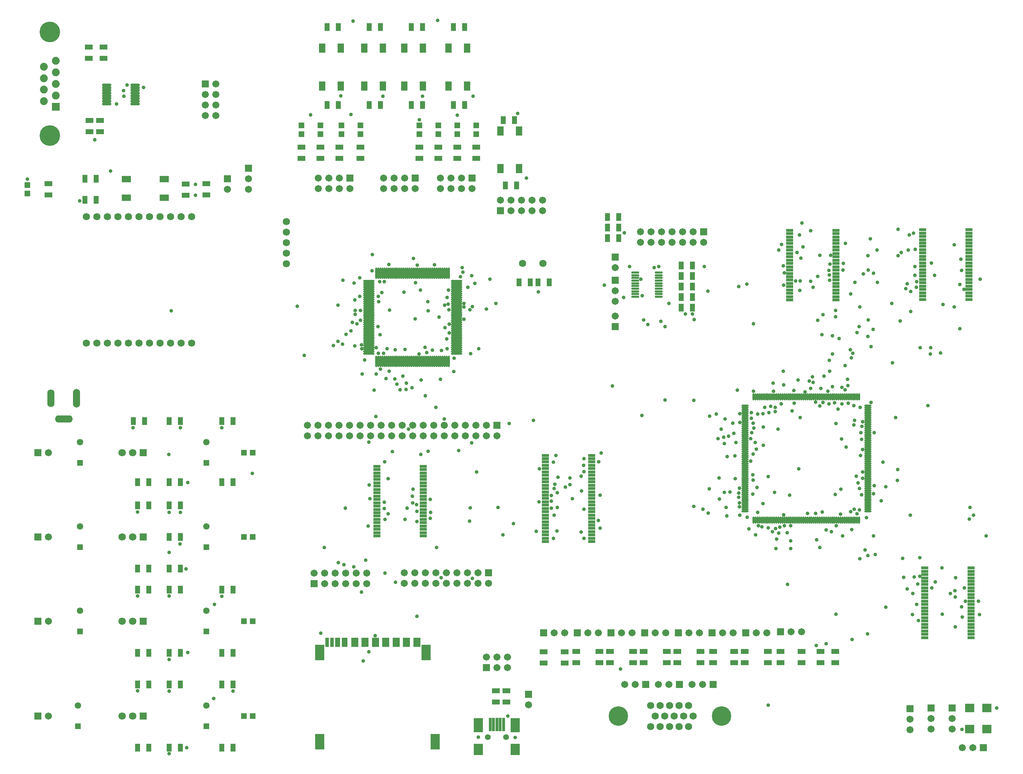
<source format=gts>
%FSLAX44Y44*%
%MOMM*%
G71*
G01*
G75*
G04 Layer_Color=8388736*
%ADD10R,2.0000X1.8000*%
%ADD11R,2.0000X3.5000*%
%ADD12R,1.5000X2.0000*%
%ADD13R,1.2000X2.0000*%
%ADD14R,1.0000X2.0000*%
%ADD15R,0.7000X2.0000*%
%ADD16O,2.1000X0.4500*%
%ADD17R,1.7000X1.1000*%
%ADD18R,2.0000X3.3000*%
%ADD19R,2.0000X2.5000*%
%ADD20R,0.5000X3.1000*%
%ADD21O,0.2500X1.5500*%
%ADD22O,1.5500X0.2500*%
%ADD23O,1.7000X0.3500*%
%ADD24R,1.5500X0.5500*%
%ADD25R,1.2000X1.2000*%
%ADD26R,2.1000X1.4000*%
%ADD27O,2.5400X0.3000*%
%ADD28O,0.3000X2.5400*%
%ADD29R,1.5500X0.4500*%
%ADD30R,1.1000X1.7000*%
%ADD31R,1.4000X2.1000*%
%ADD32R,1.2000X1.2000*%
%ADD33C,0.1500*%
%ADD34C,1.5240*%
%ADD35C,4.5000*%
%ADD36R,1.6000X1.6000*%
%ADD37C,1.6000*%
%ADD38C,1.6900*%
%ADD39R,1.6900X1.6900*%
%ADD40C,4.7600*%
%ADD41O,1.5240X4.3180*%
%ADD42O,4.0640X1.5240*%
%ADD43O,1.5240X4.0640*%
%ADD44C,1.5000*%
%ADD45R,1.5000X1.5000*%
%ADD46R,1.5000X1.5000*%
%ADD47C,1.2000*%
%ADD48R,1.2500X1.2500*%
%ADD49C,1.3500*%
%ADD50C,0.7100*%
%ADD51C,1.0160*%
%ADD52C,0.2540*%
%ADD53C,2.0160*%
%ADD54C,2.2060*%
%ADD55C,4.2160*%
%ADD56C,1.9160*%
%ADD57C,2.0160*%
G04:AMPARAMS|DCode=58|XSize=2.524mm|YSize=2.524mm|CornerRadius=0mm|HoleSize=0mm|Usage=FLASHONLY|Rotation=0.000|XOffset=0mm|YOffset=0mm|HoleType=Round|Shape=Relief|Width=0.254mm|Gap=0.254mm|Entries=4|*
%AMTHD58*
7,0,0,2.5240,2.0160,0.2540,45*
%
%ADD58THD58*%
G04:AMPARAMS|DCode=59|XSize=2.424mm|YSize=2.424mm|CornerRadius=0mm|HoleSize=0mm|Usage=FLASHONLY|Rotation=0.000|XOffset=0mm|YOffset=0mm|HoleType=Round|Shape=Relief|Width=0.254mm|Gap=0.254mm|Entries=4|*
%AMTHD59*
7,0,0,2.4240,1.9160,0.2540,45*
%
%ADD59THD59*%
%ADD60C,2.1060*%
%ADD61C,4.2760*%
%AMTHOVALD62*
21,1,2.7940,2.2860,0,0,270.0*
1,1,2.2860,0.0000,1.3970*
1,1,2.2860,0.0000,-1.3970*
21,0,2.7940,1.7780,0,0,270.0*
1,0,1.7780,0.0000,1.3970*
1,0,1.7780,0.0000,-1.3970*
4,0,4,-0.0898,1.3072,-0.8980,2.1154,-0.7184,2.2950,0.0898,1.4868,-0.0898,1.3072,0.0*
4,0,4,-0.0898,-1.4868,0.7184,-2.2950,0.8980,-2.1154,0.0898,-1.3072,-0.0898,-1.4868,0.0*
4,0,4,-0.0898,1.4868,0.7184,2.2950,0.8980,2.1154,0.0898,1.3072,-0.0898,1.4868,0.0*
4,0,4,-0.0898,-1.3072,-0.8980,-2.1154,-0.7184,-2.2950,0.0898,-1.4868,-0.0898,-1.3072,0.0*
%
%ADD62THOVALD62*%

%ADD63O,4.3180X1.7780*%
%ADD64O,1.7780X4.3180*%
%ADD65C,1.9160*%
G04:AMPARAMS|DCode=66|XSize=2.424mm|YSize=2.424mm|CornerRadius=0mm|HoleSize=0mm|Usage=FLASHONLY|Rotation=0.000|XOffset=0mm|YOffset=0mm|HoleType=Round|Shape=Relief|Width=0.254mm|Gap=0.254mm|Entries=4|*
%AMTHD66*
7,0,0,2.4240,1.9160,0.2540,45*
%
%ADD66THD66*%
%ADD67C,1.7660*%
%ADD68C,1.8160*%
G04:AMPARAMS|DCode=69|XSize=2.274mm|YSize=2.274mm|CornerRadius=0mm|HoleSize=0mm|Usage=FLASHONLY|Rotation=0.000|XOffset=0mm|YOffset=0mm|HoleType=Round|Shape=Relief|Width=0.254mm|Gap=0.254mm|Entries=4|*
%AMTHD69*
7,0,0,2.2740,1.7660,0.2540,45*
%
%ADD69THD69*%
G04:AMPARAMS|DCode=70|XSize=1.824mm|YSize=1.824mm|CornerRadius=0mm|HoleSize=0mm|Usage=FLASHONLY|Rotation=0.000|XOffset=0mm|YOffset=0mm|HoleType=Round|Shape=Relief|Width=0.254mm|Gap=0.254mm|Entries=4|*
%AMTHD70*
7,0,0,1.8240,1.3160,0.2540,45*
%
%ADD70THD70*%
%ADD71C,1.3160*%
G04:AMPARAMS|DCode=72|XSize=2.524mm|YSize=2.524mm|CornerRadius=0mm|HoleSize=0mm|Usage=FLASHONLY|Rotation=0.000|XOffset=0mm|YOffset=0mm|HoleType=Round|Shape=Relief|Width=0.254mm|Gap=0.254mm|Entries=4|*
%AMTHD72*
7,0,0,2.5240,2.0160,0.2540,45*
%
%ADD72THD72*%
G04:AMPARAMS|DCode=73|XSize=2.614mm|YSize=2.614mm|CornerRadius=0mm|HoleSize=0mm|Usage=FLASHONLY|Rotation=0.000|XOffset=0mm|YOffset=0mm|HoleType=Round|Shape=Relief|Width=0.254mm|Gap=0.254mm|Entries=4|*
%AMTHD73*
7,0,0,2.6140,2.1060,0.2540,45*
%
%ADD73THD73*%
G04:AMPARAMS|DCode=74|XSize=4.784mm|YSize=4.784mm|CornerRadius=0mm|HoleSize=0mm|Usage=FLASHONLY|Rotation=0.000|XOffset=0mm|YOffset=0mm|HoleType=Round|Shape=Relief|Width=0.254mm|Gap=0.254mm|Entries=4|*
%AMTHD74*
7,0,0,4.7840,4.2760,0.2540,45*
%
%ADD74THD74*%
%ADD75O,1.7780X4.5720*%
%AMTHOVALD76*
21,1,2.5400,2.2860,0,0,180.0*
1,1,2.2860,1.2700,0.0000*
1,1,2.2860,-1.2700,0.0000*
21,0,2.5400,1.7780,0,0,180.0*
1,0,1.7780,1.2700,0.0000*
1,0,1.7780,-1.2700,0.0000*
4,0,4,1.1802,0.0898,1.9884,0.8980,2.1680,0.7184,1.3598,-0.0898,1.1802,0.0898,0.0*
4,0,4,-1.3598,0.0898,-2.1680,-0.7184,-1.9884,-0.8980,-1.1802,-0.0898,-1.3598,0.0898,0.0*
4,0,4,1.3598,0.0898,2.1680,-0.7184,1.9884,-0.8980,1.1802,-0.0898,1.3598,0.0898,0.0*
4,0,4,-1.1802,0.0898,-1.9884,0.8980,-2.1680,0.7184,-1.3598,-0.0898,-1.1802,0.0898,0.0*
%
%ADD76THOVALD76*%

%AMTHOVALD77*
21,1,2.5400,2.2860,0,0,90.0*
1,1,2.2860,0.0000,-1.2700*
1,1,2.2860,0.0000,1.2700*
21,0,2.5400,1.7780,0,0,90.0*
1,0,1.7780,0.0000,-1.2700*
1,0,1.7780,0.0000,1.2700*
4,0,4,0.0898,-1.1802,0.8980,-1.9884,0.7184,-2.1680,-0.0898,-1.3598,0.0898,-1.1802,0.0*
4,0,4,0.0898,1.3598,-0.7184,2.1680,-0.8980,1.9884,-0.0898,1.1802,0.0898,1.3598,0.0*
4,0,4,0.0898,-1.3598,-0.7184,-2.1680,-0.8980,-1.9884,-0.0898,-1.1802,0.0898,-1.3598,0.0*
4,0,4,0.0898,1.1802,0.8980,1.9884,0.7184,2.1680,-0.0898,1.3598,0.0898,1.1802,0.0*
%
%ADD77THOVALD77*%

G04:AMPARAMS|DCode=78|XSize=2.324mm|YSize=2.324mm|CornerRadius=0mm|HoleSize=0mm|Usage=FLASHONLY|Rotation=0.000|XOffset=0mm|YOffset=0mm|HoleType=Round|Shape=Relief|Width=0.254mm|Gap=0.254mm|Entries=4|*
%AMTHD78*
7,0,0,2.3240,1.8160,0.2540,45*
%
%ADD78THD78*%
%ADD79C,0.2500*%
%ADD80C,0.2000*%
%ADD81C,0.6000*%
%ADD82C,0.1016*%
%ADD83C,0.1778*%
%ADD84C,0.2032*%
%ADD85C,0.2794*%
%ADD86C,0.5080*%
%ADD87R,2.2032X2.0032*%
%ADD88R,2.2032X3.7032*%
%ADD89R,1.7032X2.2032*%
%ADD90R,1.4032X2.2032*%
%ADD91R,1.2032X2.2032*%
%ADD92R,0.9032X2.2032*%
%ADD93O,2.3032X0.6532*%
%ADD94R,1.9032X1.3032*%
%ADD95R,2.2032X3.5032*%
%ADD96R,2.2032X2.7032*%
%ADD97R,0.7032X3.3032*%
%ADD98O,0.4532X1.7532*%
%ADD99O,1.7532X0.4532*%
%ADD100O,1.9032X0.5532*%
%ADD101R,1.7532X0.7532*%
%ADD102R,1.4032X1.4032*%
%ADD103R,2.3032X1.6032*%
%ADD104O,2.7432X0.5032*%
%ADD105O,0.5032X2.7432*%
%ADD106R,1.7532X0.6532*%
%ADD107R,1.3032X1.9032*%
%ADD108R,1.6032X2.3032*%
%ADD109R,1.4032X1.4032*%
%ADD110C,1.7272*%
%ADD111C,4.7032*%
%ADD112R,1.8032X1.8032*%
%ADD113C,1.8032*%
%ADD114C,1.8932*%
%ADD115R,1.8932X1.8932*%
%ADD116C,4.9632*%
%ADD117O,1.7272X4.5212*%
%ADD118O,4.2672X1.7272*%
%ADD119O,1.7272X4.2672*%
%ADD120C,1.7032*%
%ADD121R,1.7032X1.7032*%
%ADD122R,1.7032X1.7032*%
%ADD123C,1.4032*%
%ADD124R,1.4532X1.4532*%
%ADD125C,1.5532*%
%ADD126C,0.9132*%
D87*
X2877820Y858520D02*
D03*
X2835820D02*
D03*
Y909320D02*
D03*
X2877820D02*
D03*
D88*
X1268160Y828070D02*
D03*
Y1043070D02*
D03*
X1546660Y828070D02*
D03*
X1524660Y1043070D02*
D03*
D89*
X1502410Y1068070D02*
D03*
X1477410D02*
D03*
X1452410D02*
D03*
X1427410D02*
D03*
X1402410D02*
D03*
X1377410D02*
D03*
X1352410D02*
D03*
D90*
X1328160D02*
D03*
D91*
X1311160D02*
D03*
D92*
X1298160D02*
D03*
X1286160D02*
D03*
D93*
X823170Y2366120D02*
D03*
Y2372620D02*
D03*
Y2379120D02*
D03*
Y2385620D02*
D03*
Y2392120D02*
D03*
Y2398620D02*
D03*
Y2405120D02*
D03*
Y2411620D02*
D03*
X754170Y2366120D02*
D03*
Y2372620D02*
D03*
Y2379120D02*
D03*
Y2385620D02*
D03*
Y2392120D02*
D03*
Y2398620D02*
D03*
Y2405120D02*
D03*
Y2411620D02*
D03*
D94*
X613410Y2173770D02*
D03*
Y2146770D02*
D03*
X746760Y2475700D02*
D03*
Y2502700D02*
D03*
X711200Y2475700D02*
D03*
Y2502700D02*
D03*
X944880Y2172500D02*
D03*
Y2145500D02*
D03*
X994410Y2173770D02*
D03*
Y2146770D02*
D03*
X1692910Y950760D02*
D03*
Y923760D02*
D03*
X1718310Y950760D02*
D03*
Y923760D02*
D03*
X1645920Y2261400D02*
D03*
Y2234400D02*
D03*
X1554480Y2261400D02*
D03*
Y2234400D02*
D03*
X1508760Y2261400D02*
D03*
Y2234400D02*
D03*
X1600200Y2261400D02*
D03*
Y2234400D02*
D03*
X1270000Y2261400D02*
D03*
Y2234400D02*
D03*
X1224280Y2261400D02*
D03*
Y2234400D02*
D03*
X1315720Y2261400D02*
D03*
Y2234400D02*
D03*
X1366520Y2261400D02*
D03*
Y2234400D02*
D03*
X2024380Y1019010D02*
D03*
Y1046010D02*
D03*
X2105660Y1019010D02*
D03*
Y1046010D02*
D03*
X2131060Y1019010D02*
D03*
Y1046010D02*
D03*
X2186940Y1019010D02*
D03*
Y1046010D02*
D03*
X2217420Y1019010D02*
D03*
Y1046010D02*
D03*
X2512060Y1019010D02*
D03*
Y1046010D02*
D03*
X2379980Y1019010D02*
D03*
Y1046010D02*
D03*
X2049780Y1019010D02*
D03*
Y1046010D02*
D03*
X2430780Y1019010D02*
D03*
Y1046010D02*
D03*
X2476500Y1019010D02*
D03*
Y1046010D02*
D03*
X2293620Y1019010D02*
D03*
Y1046010D02*
D03*
X1859280Y1017740D02*
D03*
Y1044740D02*
D03*
X1887220Y1019010D02*
D03*
Y1046010D02*
D03*
X2349500Y1019010D02*
D03*
Y1046010D02*
D03*
X2268220Y1019010D02*
D03*
Y1046010D02*
D03*
X1943100Y1019010D02*
D03*
Y1046010D02*
D03*
X1808480Y1017740D02*
D03*
Y1044740D02*
D03*
X1968500Y1046010D02*
D03*
Y1019010D02*
D03*
X737870Y2326170D02*
D03*
Y2299170D02*
D03*
X712470Y2326170D02*
D03*
Y2299170D02*
D03*
D95*
X1739948Y868469D02*
D03*
X1650949D02*
D03*
D96*
Y809470D02*
D03*
X1739948D02*
D03*
D97*
X1711449Y869470D02*
D03*
X1703448D02*
D03*
X1695450D02*
D03*
X1687449D02*
D03*
X1679448D02*
D03*
D98*
X2314710Y1659550D02*
D03*
X2319710D02*
D03*
X2324710D02*
D03*
X2329710D02*
D03*
X2334710D02*
D03*
X2339710D02*
D03*
X2344710D02*
D03*
X2349710D02*
D03*
X2354710D02*
D03*
X2359710D02*
D03*
X2364710D02*
D03*
X2369710D02*
D03*
X2374710D02*
D03*
X2379710D02*
D03*
X2384710D02*
D03*
X2389710D02*
D03*
X2394710D02*
D03*
X2399710D02*
D03*
X2404710D02*
D03*
X2409710D02*
D03*
X2414710D02*
D03*
X2419710D02*
D03*
X2424710D02*
D03*
X2429710D02*
D03*
X2434710D02*
D03*
X2439710D02*
D03*
X2444710D02*
D03*
X2449710D02*
D03*
X2454710D02*
D03*
X2459710D02*
D03*
X2464710D02*
D03*
X2469710D02*
D03*
X2474710D02*
D03*
X2479710D02*
D03*
X2484710D02*
D03*
X2489710D02*
D03*
X2494710D02*
D03*
X2499710D02*
D03*
X2504710D02*
D03*
X2509710D02*
D03*
X2514710D02*
D03*
X2519710D02*
D03*
X2524710D02*
D03*
X2529710D02*
D03*
X2534710D02*
D03*
X2539710D02*
D03*
X2544710D02*
D03*
X2549710D02*
D03*
X2554710D02*
D03*
X2559710D02*
D03*
X2564710D02*
D03*
X2569710D02*
D03*
Y1363050D02*
D03*
X2564710D02*
D03*
X2559710D02*
D03*
X2554710D02*
D03*
X2549710D02*
D03*
X2544710D02*
D03*
X2539710D02*
D03*
X2534710D02*
D03*
X2529710D02*
D03*
X2524710D02*
D03*
X2519710D02*
D03*
X2514710D02*
D03*
X2509710D02*
D03*
X2504710D02*
D03*
X2499710D02*
D03*
X2494710D02*
D03*
X2489710D02*
D03*
X2484710D02*
D03*
X2479710D02*
D03*
X2474710D02*
D03*
X2469710D02*
D03*
X2464710D02*
D03*
X2459710D02*
D03*
X2454710D02*
D03*
X2449710D02*
D03*
X2444710D02*
D03*
X2439710D02*
D03*
X2434710D02*
D03*
X2429710D02*
D03*
X2424710D02*
D03*
X2419710D02*
D03*
X2414710D02*
D03*
X2409710D02*
D03*
X2404710D02*
D03*
X2399710D02*
D03*
X2394710D02*
D03*
X2389710D02*
D03*
X2384710D02*
D03*
X2379710D02*
D03*
X2374710D02*
D03*
X2369710D02*
D03*
X2364710D02*
D03*
X2359710D02*
D03*
X2354710D02*
D03*
X2349710D02*
D03*
X2344710D02*
D03*
X2339710D02*
D03*
X2334710D02*
D03*
X2329710D02*
D03*
X2324710D02*
D03*
X2319710D02*
D03*
X2314710D02*
D03*
D99*
X2590460Y1638800D02*
D03*
Y1633800D02*
D03*
Y1628800D02*
D03*
Y1623800D02*
D03*
Y1618800D02*
D03*
Y1613800D02*
D03*
Y1608800D02*
D03*
Y1603800D02*
D03*
Y1598800D02*
D03*
Y1593800D02*
D03*
Y1588800D02*
D03*
Y1583800D02*
D03*
Y1578800D02*
D03*
Y1573800D02*
D03*
Y1568800D02*
D03*
Y1563800D02*
D03*
Y1558800D02*
D03*
Y1553800D02*
D03*
Y1548800D02*
D03*
Y1543800D02*
D03*
Y1538800D02*
D03*
Y1533800D02*
D03*
Y1528800D02*
D03*
Y1523800D02*
D03*
Y1518800D02*
D03*
Y1513800D02*
D03*
Y1508800D02*
D03*
Y1503800D02*
D03*
Y1498800D02*
D03*
Y1493800D02*
D03*
Y1488800D02*
D03*
Y1483800D02*
D03*
Y1478800D02*
D03*
Y1473800D02*
D03*
Y1468800D02*
D03*
Y1463800D02*
D03*
Y1458800D02*
D03*
Y1453800D02*
D03*
Y1448800D02*
D03*
Y1443800D02*
D03*
Y1438800D02*
D03*
Y1433800D02*
D03*
Y1428800D02*
D03*
Y1423800D02*
D03*
Y1418800D02*
D03*
Y1413800D02*
D03*
Y1408800D02*
D03*
Y1403800D02*
D03*
Y1398800D02*
D03*
Y1393800D02*
D03*
Y1388800D02*
D03*
Y1383800D02*
D03*
X2293960D02*
D03*
Y1388800D02*
D03*
Y1393800D02*
D03*
Y1398800D02*
D03*
Y1403800D02*
D03*
Y1408800D02*
D03*
Y1413800D02*
D03*
Y1418800D02*
D03*
Y1423800D02*
D03*
Y1428800D02*
D03*
Y1433800D02*
D03*
Y1438800D02*
D03*
Y1443800D02*
D03*
Y1448800D02*
D03*
Y1453800D02*
D03*
Y1458800D02*
D03*
Y1463800D02*
D03*
Y1468800D02*
D03*
Y1473800D02*
D03*
Y1478800D02*
D03*
Y1483800D02*
D03*
Y1488800D02*
D03*
Y1493800D02*
D03*
Y1498800D02*
D03*
Y1503800D02*
D03*
Y1508800D02*
D03*
Y1513800D02*
D03*
Y1518800D02*
D03*
Y1523800D02*
D03*
Y1528800D02*
D03*
Y1533800D02*
D03*
Y1538800D02*
D03*
Y1543800D02*
D03*
Y1548800D02*
D03*
Y1553800D02*
D03*
Y1558800D02*
D03*
Y1563800D02*
D03*
Y1568800D02*
D03*
Y1573800D02*
D03*
Y1578800D02*
D03*
Y1583800D02*
D03*
Y1588800D02*
D03*
Y1593800D02*
D03*
Y1598800D02*
D03*
Y1603800D02*
D03*
Y1608800D02*
D03*
Y1613800D02*
D03*
Y1618800D02*
D03*
Y1623800D02*
D03*
Y1628800D02*
D03*
Y1633800D02*
D03*
Y1638800D02*
D03*
D100*
X2028900Y1959650D02*
D03*
Y1953150D02*
D03*
Y1946650D02*
D03*
Y1940150D02*
D03*
Y1933650D02*
D03*
Y1927150D02*
D03*
Y1920650D02*
D03*
Y1914150D02*
D03*
Y1907650D02*
D03*
Y1901150D02*
D03*
X2085900Y1959650D02*
D03*
Y1953150D02*
D03*
Y1946650D02*
D03*
Y1940150D02*
D03*
Y1933650D02*
D03*
Y1927150D02*
D03*
Y1920650D02*
D03*
Y1914150D02*
D03*
Y1907650D02*
D03*
Y1901150D02*
D03*
D101*
X1924170Y1310780D02*
D03*
Y1318780D02*
D03*
Y1326780D02*
D03*
Y1334780D02*
D03*
Y1342780D02*
D03*
Y1350780D02*
D03*
Y1358780D02*
D03*
Y1366780D02*
D03*
Y1374780D02*
D03*
Y1382780D02*
D03*
Y1390780D02*
D03*
Y1398780D02*
D03*
Y1406780D02*
D03*
Y1414780D02*
D03*
Y1422780D02*
D03*
Y1430780D02*
D03*
Y1438780D02*
D03*
Y1446780D02*
D03*
Y1454780D02*
D03*
Y1462780D02*
D03*
Y1470780D02*
D03*
Y1478780D02*
D03*
Y1486780D02*
D03*
Y1494780D02*
D03*
Y1502780D02*
D03*
Y1510780D02*
D03*
Y1518780D02*
D03*
X1812170Y1310780D02*
D03*
Y1318780D02*
D03*
Y1326780D02*
D03*
Y1334780D02*
D03*
Y1342780D02*
D03*
Y1350780D02*
D03*
Y1358780D02*
D03*
Y1366780D02*
D03*
Y1374780D02*
D03*
Y1382780D02*
D03*
Y1390780D02*
D03*
Y1398780D02*
D03*
Y1406780D02*
D03*
Y1414780D02*
D03*
Y1422780D02*
D03*
Y1430780D02*
D03*
Y1438780D02*
D03*
Y1446780D02*
D03*
Y1454780D02*
D03*
Y1462780D02*
D03*
Y1470780D02*
D03*
Y1478780D02*
D03*
Y1486780D02*
D03*
Y1494780D02*
D03*
Y1502780D02*
D03*
Y1510780D02*
D03*
Y1518780D02*
D03*
D102*
X1085510Y1525270D02*
D03*
X1106510D02*
D03*
X1085510Y890270D02*
D03*
X1106510D02*
D03*
X1085510Y1118870D02*
D03*
X1106510D02*
D03*
X1085510Y1322070D02*
D03*
X1106510D02*
D03*
D103*
X801810Y2184950D02*
D03*
X892810D02*
D03*
Y2139950D02*
D03*
X801810D02*
D03*
D104*
X1598250Y1939160D02*
D03*
Y1934160D02*
D03*
Y1929160D02*
D03*
Y1924160D02*
D03*
Y1919160D02*
D03*
Y1914160D02*
D03*
Y1909160D02*
D03*
Y1904160D02*
D03*
Y1899160D02*
D03*
Y1894160D02*
D03*
Y1889160D02*
D03*
Y1884160D02*
D03*
Y1879160D02*
D03*
Y1874160D02*
D03*
Y1869160D02*
D03*
Y1864160D02*
D03*
Y1859160D02*
D03*
Y1854160D02*
D03*
Y1849160D02*
D03*
Y1844160D02*
D03*
Y1839160D02*
D03*
Y1834160D02*
D03*
Y1829160D02*
D03*
Y1824160D02*
D03*
Y1819160D02*
D03*
Y1814160D02*
D03*
Y1809160D02*
D03*
Y1804160D02*
D03*
Y1799160D02*
D03*
Y1794160D02*
D03*
Y1789160D02*
D03*
Y1784160D02*
D03*
Y1779160D02*
D03*
Y1774160D02*
D03*
Y1769160D02*
D03*
Y1764160D02*
D03*
X1386250D02*
D03*
Y1769160D02*
D03*
Y1774160D02*
D03*
Y1779160D02*
D03*
Y1784160D02*
D03*
Y1789160D02*
D03*
Y1794160D02*
D03*
Y1799160D02*
D03*
Y1804160D02*
D03*
Y1809160D02*
D03*
Y1814160D02*
D03*
Y1819160D02*
D03*
Y1824160D02*
D03*
Y1829160D02*
D03*
Y1834160D02*
D03*
Y1839160D02*
D03*
Y1844160D02*
D03*
Y1849160D02*
D03*
Y1854160D02*
D03*
Y1859160D02*
D03*
Y1864160D02*
D03*
Y1869160D02*
D03*
Y1874160D02*
D03*
Y1879160D02*
D03*
Y1884160D02*
D03*
Y1889160D02*
D03*
Y1894160D02*
D03*
Y1899160D02*
D03*
Y1904160D02*
D03*
Y1909160D02*
D03*
Y1914160D02*
D03*
Y1919160D02*
D03*
Y1924160D02*
D03*
Y1929160D02*
D03*
Y1934160D02*
D03*
Y1939160D02*
D03*
D105*
X1579750Y1745660D02*
D03*
X1574750D02*
D03*
X1569750D02*
D03*
X1564750D02*
D03*
X1559750D02*
D03*
X1554750D02*
D03*
X1549750D02*
D03*
X1544750D02*
D03*
X1539750D02*
D03*
X1534750D02*
D03*
X1529750D02*
D03*
X1524750D02*
D03*
X1519750D02*
D03*
X1514750D02*
D03*
X1509750D02*
D03*
X1504750D02*
D03*
X1499750D02*
D03*
X1494750D02*
D03*
X1489750D02*
D03*
X1484750D02*
D03*
X1479750D02*
D03*
X1474750D02*
D03*
X1469750D02*
D03*
X1464750D02*
D03*
X1459750D02*
D03*
X1454750D02*
D03*
X1449750D02*
D03*
X1444750D02*
D03*
X1439750D02*
D03*
X1434750D02*
D03*
X1429750D02*
D03*
X1424750D02*
D03*
X1419750D02*
D03*
X1414750D02*
D03*
X1409750D02*
D03*
X1404750D02*
D03*
Y1957660D02*
D03*
X1409750D02*
D03*
X1414750D02*
D03*
X1419750D02*
D03*
X1424750D02*
D03*
X1429750D02*
D03*
X1434750D02*
D03*
X1439750D02*
D03*
X1444750D02*
D03*
X1449750D02*
D03*
X1454750D02*
D03*
X1459750D02*
D03*
X1464750D02*
D03*
X1469750D02*
D03*
X1474750D02*
D03*
X1479750D02*
D03*
X1484750D02*
D03*
X1489750D02*
D03*
X1494750D02*
D03*
X1499750D02*
D03*
X1504750D02*
D03*
X1509750D02*
D03*
X1514750D02*
D03*
X1519750D02*
D03*
X1524750D02*
D03*
X1529750D02*
D03*
X1534750D02*
D03*
X1539750D02*
D03*
X1544750D02*
D03*
X1549750D02*
D03*
X1554750D02*
D03*
X1559750D02*
D03*
X1564750D02*
D03*
X1569750D02*
D03*
X1574750D02*
D03*
X1579750D02*
D03*
D106*
X1517770Y1324430D02*
D03*
Y1332430D02*
D03*
Y1340430D02*
D03*
Y1348430D02*
D03*
Y1356430D02*
D03*
Y1364430D02*
D03*
Y1372430D02*
D03*
Y1380430D02*
D03*
Y1388430D02*
D03*
Y1396430D02*
D03*
Y1404430D02*
D03*
Y1412430D02*
D03*
Y1420430D02*
D03*
Y1428430D02*
D03*
Y1436430D02*
D03*
Y1444430D02*
D03*
Y1452430D02*
D03*
Y1460430D02*
D03*
Y1468430D02*
D03*
Y1476430D02*
D03*
Y1484430D02*
D03*
Y1492430D02*
D03*
X1405770Y1324430D02*
D03*
Y1332430D02*
D03*
Y1340430D02*
D03*
Y1348430D02*
D03*
Y1356430D02*
D03*
Y1364430D02*
D03*
Y1372430D02*
D03*
Y1380430D02*
D03*
Y1388430D02*
D03*
Y1396430D02*
D03*
Y1404430D02*
D03*
Y1412430D02*
D03*
Y1420430D02*
D03*
Y1428430D02*
D03*
Y1436430D02*
D03*
Y1444430D02*
D03*
Y1452430D02*
D03*
Y1460430D02*
D03*
Y1468430D02*
D03*
Y1476430D02*
D03*
Y1484430D02*
D03*
Y1492430D02*
D03*
X2839840Y1079320D02*
D03*
Y1087320D02*
D03*
Y1095320D02*
D03*
Y1103320D02*
D03*
Y1111320D02*
D03*
Y1119320D02*
D03*
Y1127320D02*
D03*
Y1135320D02*
D03*
Y1143320D02*
D03*
Y1151320D02*
D03*
Y1159320D02*
D03*
Y1167320D02*
D03*
Y1175320D02*
D03*
Y1183320D02*
D03*
Y1191320D02*
D03*
Y1199320D02*
D03*
Y1207320D02*
D03*
Y1215320D02*
D03*
Y1223320D02*
D03*
Y1231320D02*
D03*
Y1239320D02*
D03*
Y1247320D02*
D03*
X2727840Y1079320D02*
D03*
Y1087320D02*
D03*
Y1095320D02*
D03*
Y1103320D02*
D03*
Y1111320D02*
D03*
Y1119320D02*
D03*
Y1127320D02*
D03*
Y1135320D02*
D03*
Y1143320D02*
D03*
Y1151320D02*
D03*
Y1159320D02*
D03*
Y1167320D02*
D03*
Y1175320D02*
D03*
Y1183320D02*
D03*
Y1191320D02*
D03*
Y1199320D02*
D03*
Y1207320D02*
D03*
Y1215320D02*
D03*
Y1223320D02*
D03*
Y1231320D02*
D03*
Y1239320D02*
D03*
Y1247320D02*
D03*
X2401450Y2061390D02*
D03*
Y2053390D02*
D03*
Y2045390D02*
D03*
Y2037390D02*
D03*
Y2029390D02*
D03*
Y2021390D02*
D03*
Y2013390D02*
D03*
Y2005390D02*
D03*
Y1997390D02*
D03*
Y1989390D02*
D03*
Y1981390D02*
D03*
Y1973390D02*
D03*
Y1965390D02*
D03*
Y1957390D02*
D03*
Y1949390D02*
D03*
Y1941390D02*
D03*
Y1933390D02*
D03*
Y1925390D02*
D03*
Y1917390D02*
D03*
Y1909390D02*
D03*
Y1901390D02*
D03*
Y1893390D02*
D03*
X2513450Y2061390D02*
D03*
Y2053390D02*
D03*
Y2045390D02*
D03*
Y2037390D02*
D03*
Y2029390D02*
D03*
Y2021390D02*
D03*
Y2013390D02*
D03*
Y2005390D02*
D03*
Y1997390D02*
D03*
Y1989390D02*
D03*
Y1981390D02*
D03*
Y1973390D02*
D03*
Y1965390D02*
D03*
Y1957390D02*
D03*
Y1949390D02*
D03*
Y1941390D02*
D03*
Y1933390D02*
D03*
Y1925390D02*
D03*
Y1917390D02*
D03*
Y1909390D02*
D03*
Y1901390D02*
D03*
Y1893390D02*
D03*
X2722760Y2062660D02*
D03*
Y2054660D02*
D03*
Y2046660D02*
D03*
Y2038660D02*
D03*
Y2030660D02*
D03*
Y2022660D02*
D03*
Y2014660D02*
D03*
Y2006660D02*
D03*
Y1998660D02*
D03*
Y1990660D02*
D03*
Y1982660D02*
D03*
Y1974660D02*
D03*
Y1966660D02*
D03*
Y1958660D02*
D03*
Y1950660D02*
D03*
Y1942660D02*
D03*
Y1934660D02*
D03*
Y1926660D02*
D03*
Y1918660D02*
D03*
Y1910660D02*
D03*
Y1902660D02*
D03*
Y1894660D02*
D03*
X2834760Y2062660D02*
D03*
Y2054660D02*
D03*
Y2046660D02*
D03*
Y2038660D02*
D03*
Y2030660D02*
D03*
Y2022660D02*
D03*
Y2014660D02*
D03*
Y2006660D02*
D03*
Y1998660D02*
D03*
Y1990660D02*
D03*
Y1982660D02*
D03*
Y1974660D02*
D03*
Y1966660D02*
D03*
Y1958660D02*
D03*
Y1950660D02*
D03*
Y1942660D02*
D03*
Y1934660D02*
D03*
Y1926660D02*
D03*
Y1918660D02*
D03*
Y1910660D02*
D03*
Y1902660D02*
D03*
Y1894660D02*
D03*
D107*
X1031710Y814070D02*
D03*
X1058710D02*
D03*
X828510D02*
D03*
X855510D02*
D03*
X931710Y966470D02*
D03*
X904710D02*
D03*
Y814070D02*
D03*
X931710D02*
D03*
X855510Y966470D02*
D03*
X828510D02*
D03*
X1031710D02*
D03*
X1058710D02*
D03*
Y1042670D02*
D03*
X1031710D02*
D03*
X828510D02*
D03*
X855510D02*
D03*
X931710Y1195070D02*
D03*
X904710D02*
D03*
Y1042670D02*
D03*
X931710D02*
D03*
X855510Y1195070D02*
D03*
X828510D02*
D03*
X1058710D02*
D03*
X1031710D02*
D03*
X855510Y1245870D02*
D03*
X828510D02*
D03*
X904710Y1322070D02*
D03*
X931710D02*
D03*
X904710Y1245870D02*
D03*
X931710D02*
D03*
X1031710Y1454150D02*
D03*
X1058710D02*
D03*
X855510D02*
D03*
X828510D02*
D03*
X904710Y1601470D02*
D03*
X931710D02*
D03*
X904710Y1454150D02*
D03*
X931710D02*
D03*
X845350Y1601470D02*
D03*
X818350D02*
D03*
X1058710D02*
D03*
X1031710D02*
D03*
X701510Y2185670D02*
D03*
X728510D02*
D03*
Y2134870D02*
D03*
X701510D02*
D03*
X1962620Y2092960D02*
D03*
X1989620D02*
D03*
X1962620Y2067560D02*
D03*
X1989620D02*
D03*
X1962620Y2042160D02*
D03*
X1989620D02*
D03*
X2167420Y1950720D02*
D03*
X2140420D02*
D03*
X2167420Y1976120D02*
D03*
X2140420D02*
D03*
Y1899920D02*
D03*
X2167420D02*
D03*
Y1874520D02*
D03*
X2140420D02*
D03*
X2167420Y1925320D02*
D03*
X2140420D02*
D03*
X1711160Y2326640D02*
D03*
X1738160D02*
D03*
X1590510Y2551430D02*
D03*
X1617510D02*
D03*
X1488910D02*
D03*
X1515910D02*
D03*
X1387310D02*
D03*
X1414310D02*
D03*
X1285710D02*
D03*
X1312710D02*
D03*
X1749260Y1935480D02*
D03*
X1776260D02*
D03*
X1794980D02*
D03*
X1821980D02*
D03*
X1743240Y2169160D02*
D03*
X1716240D02*
D03*
X1617510Y2363470D02*
D03*
X1590510D02*
D03*
X1515910D02*
D03*
X1488910D02*
D03*
X1414310D02*
D03*
X1387310D02*
D03*
X1312710D02*
D03*
X1285710D02*
D03*
X855510Y1398270D02*
D03*
X828510D02*
D03*
X904710D02*
D03*
X931710D02*
D03*
D108*
X1623610Y2500190D02*
D03*
Y2409190D02*
D03*
X1578610D02*
D03*
Y2500190D02*
D03*
X1516930D02*
D03*
Y2409190D02*
D03*
X1471930D02*
D03*
Y2500190D02*
D03*
X1420410D02*
D03*
Y2409190D02*
D03*
X1375410D02*
D03*
Y2500190D02*
D03*
X1318810D02*
D03*
Y2409190D02*
D03*
X1273810D02*
D03*
Y2500190D02*
D03*
X1749340Y2300800D02*
D03*
Y2209800D02*
D03*
X1704340D02*
D03*
Y2300800D02*
D03*
D109*
X562610Y2149770D02*
D03*
Y2170770D02*
D03*
X1224280Y2293280D02*
D03*
Y2314280D02*
D03*
X1270000Y2293280D02*
D03*
Y2314280D02*
D03*
X1366520Y2293280D02*
D03*
Y2314280D02*
D03*
X1645920Y2293280D02*
D03*
Y2314280D02*
D03*
X1554480Y2293280D02*
D03*
Y2314280D02*
D03*
X1600200Y2293280D02*
D03*
Y2314280D02*
D03*
X1320800Y2293280D02*
D03*
Y2314280D02*
D03*
X1508760Y2293280D02*
D03*
Y2314280D02*
D03*
D110*
X2157730Y915670D02*
D03*
X2134830D02*
D03*
X2111930D02*
D03*
X2089030D02*
D03*
X2066130D02*
D03*
X2169130Y890270D02*
D03*
X2146230D02*
D03*
X2123330D02*
D03*
X2100430D02*
D03*
X2077530D02*
D03*
X2157730Y864870D02*
D03*
X2134830D02*
D03*
X2111930D02*
D03*
X2089030D02*
D03*
X2066130D02*
D03*
X1806480Y1981200D02*
D03*
X1757680D02*
D03*
X704850Y2094230D02*
D03*
X730250D02*
D03*
X958850D02*
D03*
X755650D02*
D03*
X806450D02*
D03*
X781050D02*
D03*
X857250D02*
D03*
X831850D02*
D03*
X908050D02*
D03*
X882650D02*
D03*
X933450D02*
D03*
Y1789230D02*
D03*
X882650D02*
D03*
X908050D02*
D03*
X831850D02*
D03*
X857250D02*
D03*
X781050D02*
D03*
X806450D02*
D03*
X755650D02*
D03*
X958850D02*
D03*
X730250D02*
D03*
X704850D02*
D03*
X1187450Y2056830D02*
D03*
Y2031430D02*
D03*
Y2006030D02*
D03*
Y1980630D02*
D03*
Y2082230D02*
D03*
D111*
X2237730Y890270D02*
D03*
X1988530D02*
D03*
D112*
X842010Y1525270D02*
D03*
Y890270D02*
D03*
Y1118870D02*
D03*
Y1322070D02*
D03*
D113*
X816610Y1525270D02*
D03*
X791210D02*
D03*
X816610Y890270D02*
D03*
X791210D02*
D03*
X816610Y1118870D02*
D03*
X791210D02*
D03*
X816610Y1322070D02*
D03*
X791210D02*
D03*
D114*
X631170Y2469670D02*
D03*
X602770Y2455820D02*
D03*
X631170Y2441970D02*
D03*
X602770Y2428120D02*
D03*
X631170Y2414270D02*
D03*
X602770Y2400420D02*
D03*
X631170Y2386570D02*
D03*
X602770Y2372720D02*
D03*
D115*
X631170Y2358870D02*
D03*
D116*
X616970Y2289320D02*
D03*
Y2539220D02*
D03*
D117*
X681760Y1656080D02*
D03*
D118*
X650760Y1606080D02*
D03*
D119*
X619760Y1656080D02*
D03*
D120*
X1675130Y1210310D02*
D03*
X1649730Y1235710D02*
D03*
Y1210310D02*
D03*
X1624330Y1235710D02*
D03*
Y1210310D02*
D03*
X1598930Y1235710D02*
D03*
Y1210310D02*
D03*
X1573530Y1235710D02*
D03*
Y1210310D02*
D03*
X1548130Y1235710D02*
D03*
Y1210310D02*
D03*
X1522730Y1235710D02*
D03*
Y1210310D02*
D03*
X1497330Y1235710D02*
D03*
Y1210310D02*
D03*
X1471930Y1235710D02*
D03*
Y1210310D02*
D03*
X1695450Y1565910D02*
D03*
X1670050Y1591310D02*
D03*
Y1565910D02*
D03*
X1644650Y1591310D02*
D03*
Y1565910D02*
D03*
X1619250Y1591310D02*
D03*
Y1565910D02*
D03*
X1593850Y1591310D02*
D03*
Y1565910D02*
D03*
X1568450Y1591310D02*
D03*
Y1565910D02*
D03*
X1543050Y1591310D02*
D03*
Y1565910D02*
D03*
X1517650Y1591310D02*
D03*
Y1565910D02*
D03*
X1492250Y1591310D02*
D03*
Y1565910D02*
D03*
X1466850Y1591310D02*
D03*
Y1565910D02*
D03*
X1441450Y1591310D02*
D03*
Y1565910D02*
D03*
X1416050Y1591310D02*
D03*
Y1565910D02*
D03*
X1390650Y1591310D02*
D03*
Y1565910D02*
D03*
X1365250Y1591310D02*
D03*
Y1565910D02*
D03*
X1339850Y1591310D02*
D03*
Y1565910D02*
D03*
X1314450Y1591310D02*
D03*
Y1565910D02*
D03*
X1289050Y1591310D02*
D03*
Y1565910D02*
D03*
X1263650Y1591310D02*
D03*
Y1565910D02*
D03*
X1238250Y1591310D02*
D03*
Y1565910D02*
D03*
X1254760Y1234440D02*
D03*
X1280160Y1209040D02*
D03*
Y1234440D02*
D03*
X1305560Y1209040D02*
D03*
Y1234440D02*
D03*
X1330960Y1209040D02*
D03*
Y1234440D02*
D03*
X1356360Y1209040D02*
D03*
Y1234440D02*
D03*
X1381760Y1209040D02*
D03*
Y1234440D02*
D03*
X1017270Y2414270D02*
D03*
X991870Y2388870D02*
D03*
X1017270D02*
D03*
X991870Y2363470D02*
D03*
X1017270D02*
D03*
X991870Y2338070D02*
D03*
X1017270D02*
D03*
X1720850Y1032510D02*
D03*
Y1007110D02*
D03*
X1695450Y1032510D02*
D03*
Y1007110D02*
D03*
X1670050Y1032510D02*
D03*
X1045210Y2160270D02*
D03*
X1704340Y2133600D02*
D03*
X1729740Y2108200D02*
D03*
Y2133600D02*
D03*
X1755140Y2108200D02*
D03*
Y2133600D02*
D03*
X1780540Y2108200D02*
D03*
Y2133600D02*
D03*
X1805940Y2108200D02*
D03*
Y2133600D02*
D03*
X2042160Y2032000D02*
D03*
Y2057400D02*
D03*
X2067560Y2032000D02*
D03*
Y2057400D02*
D03*
X2092960Y2032000D02*
D03*
Y2057400D02*
D03*
X2118360Y2032000D02*
D03*
Y2057400D02*
D03*
X2143760Y2032000D02*
D03*
Y2057400D02*
D03*
X2169160Y2032000D02*
D03*
Y2057400D02*
D03*
X2194560Y2032000D02*
D03*
X2843530Y814070D02*
D03*
X2818130D02*
D03*
X613410Y890270D02*
D03*
Y1118870D02*
D03*
Y1322070D02*
D03*
Y1525270D02*
D03*
X1771650Y916940D02*
D03*
X2692400Y857250D02*
D03*
Y882650D02*
D03*
X2430780Y1093470D02*
D03*
X2405380D02*
D03*
X2743200Y858520D02*
D03*
Y883920D02*
D03*
X2184400Y1090930D02*
D03*
X2159000D02*
D03*
X2103120D02*
D03*
X2077720D02*
D03*
X2794000Y858520D02*
D03*
Y883920D02*
D03*
X2021840Y1090930D02*
D03*
X1996440D02*
D03*
X1940560D02*
D03*
X1915160D02*
D03*
X1859280D02*
D03*
X1833880D02*
D03*
X1096010Y2160270D02*
D03*
Y2185670D02*
D03*
X2346960Y1090930D02*
D03*
X2321560D02*
D03*
X2265680D02*
D03*
X2240280D02*
D03*
X2004060Y966470D02*
D03*
X2029460D02*
D03*
X2166620D02*
D03*
X2192020D02*
D03*
X2085340D02*
D03*
X2110740D02*
D03*
X1981200Y1854200D02*
D03*
Y1889760D02*
D03*
Y1915160D02*
D03*
X1341120Y2161540D02*
D03*
X1315720Y2186940D02*
D03*
Y2161540D02*
D03*
X1290320Y2186940D02*
D03*
Y2161540D02*
D03*
X1264920Y2186940D02*
D03*
Y2161540D02*
D03*
X1498600D02*
D03*
X1473200Y2186940D02*
D03*
Y2161540D02*
D03*
X1447800Y2186940D02*
D03*
Y2161540D02*
D03*
X1422400Y2186940D02*
D03*
Y2161540D02*
D03*
X1635760D02*
D03*
X1610360Y2186940D02*
D03*
Y2161540D02*
D03*
X1584960Y2186940D02*
D03*
Y2161540D02*
D03*
X1559560Y2186940D02*
D03*
Y2161540D02*
D03*
X1981200Y1971040D02*
D03*
D121*
X1675130Y1235710D02*
D03*
X1695450Y1591310D02*
D03*
X1254760Y1209040D02*
D03*
X1670050Y1007110D02*
D03*
X1704340Y2108200D02*
D03*
X2194560Y2057400D02*
D03*
X2868930Y814070D02*
D03*
X588010Y890270D02*
D03*
Y1118870D02*
D03*
Y1322070D02*
D03*
Y1525270D02*
D03*
X2379980Y1093470D02*
D03*
X2133600Y1090930D02*
D03*
X2052320D02*
D03*
X1971040D02*
D03*
X1889760D02*
D03*
X1808480D02*
D03*
X2296160D02*
D03*
X2214880D02*
D03*
X2054860Y966470D02*
D03*
X2217420D02*
D03*
X2136140D02*
D03*
X1341120Y2186940D02*
D03*
X1498600D02*
D03*
X1635760D02*
D03*
D122*
X991870Y2414270D02*
D03*
X1045210Y2185670D02*
D03*
X1771650Y942340D02*
D03*
X2692400Y908050D02*
D03*
X2743200Y909320D02*
D03*
X2794000D02*
D03*
X1096010Y2211070D02*
D03*
X1981200Y1828800D02*
D03*
Y1940560D02*
D03*
Y1996440D02*
D03*
D123*
X1717450Y839470D02*
D03*
X1673450D02*
D03*
D124*
X689610Y1500270D02*
D03*
X684530Y865270D02*
D03*
X994410D02*
D03*
X689610Y1093870D02*
D03*
X994410D02*
D03*
X689610Y1297070D02*
D03*
X994410D02*
D03*
Y1500270D02*
D03*
D125*
X689610Y1550270D02*
D03*
X684530Y915270D02*
D03*
X994410D02*
D03*
X689610Y1143870D02*
D03*
X994410D02*
D03*
X689610Y1347070D02*
D03*
X994410D02*
D03*
Y1550270D02*
D03*
D126*
X1841500Y1393000D02*
D03*
X2304000Y1341500D02*
D03*
X2324750Y1381000D02*
D03*
X2314000Y1522000D02*
D03*
X2319250Y1549500D02*
D03*
X2264750Y1596250D02*
D03*
X2313500Y1458750D02*
D03*
X2452250Y1680250D02*
D03*
X2458250Y1694250D02*
D03*
X2449370Y1698333D02*
D03*
X2457250Y1708250D02*
D03*
X2422250Y1700750D02*
D03*
X2496500Y1642750D02*
D03*
X2480500Y1382250D02*
D03*
X2587500Y1368250D02*
D03*
X2382500Y2027500D02*
D03*
X1834000Y1438500D02*
D03*
X1835500Y1449250D02*
D03*
X1351250Y1934500D02*
D03*
X1433500Y1378250D02*
D03*
X1535500Y1381250D02*
D03*
X1366500Y1868250D02*
D03*
X1580250Y1813750D02*
D03*
X1494500Y1993000D02*
D03*
X2543250Y1645000D02*
D03*
X2753000Y1214000D02*
D03*
X2404250Y1313000D02*
D03*
X2309750Y1621500D02*
D03*
X2381750Y1643000D02*
D03*
X2412500Y1645000D02*
D03*
X795000Y2398250D02*
D03*
X2279250Y1428000D02*
D03*
X2362750Y1673750D02*
D03*
X2527250Y1558250D02*
D03*
X2575000Y1557250D02*
D03*
X2603750Y1426250D02*
D03*
X2489500Y1339250D02*
D03*
X2401500Y1422500D02*
D03*
X2365750Y1429500D02*
D03*
X2387250Y1375600D02*
D03*
X2279111Y1418069D02*
D03*
X2280500Y1404250D02*
D03*
X2232750Y1413500D02*
D03*
X1394250Y1963500D02*
D03*
X1840250Y1336000D02*
D03*
X1797250Y1406750D02*
D03*
X1832000Y1502000D02*
D03*
X1838250Y1518500D02*
D03*
X1904750Y1495000D02*
D03*
X2015750Y1974000D02*
D03*
X2042750Y1943750D02*
D03*
X2499500Y1980000D02*
D03*
X2817000Y1965000D02*
D03*
X2817500Y858000D02*
D03*
X1402250Y1084250D02*
D03*
X1552500Y2567500D02*
D03*
X1348750Y2566000D02*
D03*
X949750Y1453250D02*
D03*
X2231500Y1464000D02*
D03*
X2404000Y1349000D02*
D03*
X1353500Y1858750D02*
D03*
Y1868500D02*
D03*
X1346750Y1839250D02*
D03*
X1343500Y1819250D02*
D03*
X2559000Y1935750D02*
D03*
X2150500Y1859750D02*
D03*
X2512000Y1424750D02*
D03*
X2572750Y1518750D02*
D03*
X2558500Y1602750D02*
D03*
X2557000Y1592500D02*
D03*
X2513750Y1595750D02*
D03*
X2498250Y1721750D02*
D03*
X2548250Y1773500D02*
D03*
X2386500Y1721750D02*
D03*
X2374000Y1582250D02*
D03*
X2314250Y1673750D02*
D03*
X2307500Y1558750D02*
D03*
X2307750Y1505250D02*
D03*
X2244500Y1547500D02*
D03*
X2270750Y1462500D02*
D03*
X2313250Y1471750D02*
D03*
X2280750Y1439500D02*
D03*
X2360750Y1334750D02*
D03*
X2368250Y1342250D02*
D03*
X2368500Y1293750D02*
D03*
X2404750Y1294250D02*
D03*
X2524500Y1377250D02*
D03*
X2474750Y1296750D02*
D03*
X2606250Y1445750D02*
D03*
X2662000Y1458000D02*
D03*
X2815250Y1992000D02*
D03*
X2798500Y2026750D02*
D03*
X2705000Y2015250D02*
D03*
X2703750Y1974000D02*
D03*
X2743750Y1982500D02*
D03*
X2548750Y1908250D02*
D03*
X2531500Y1981500D02*
D03*
X2428500Y1994250D02*
D03*
X2497750Y1954000D02*
D03*
X2536250Y2029500D02*
D03*
X2387500Y1929000D02*
D03*
X2167250Y1859750D02*
D03*
X1607566Y1949704D02*
D03*
X1579000Y1917250D02*
D03*
X1366250Y1844750D02*
D03*
X1358250Y1836250D02*
D03*
X1404750Y1778500D02*
D03*
X1422250Y1765000D02*
D03*
X1575250Y1776000D02*
D03*
X1632000Y1764250D02*
D03*
X1490500Y1682000D02*
D03*
X1476250Y1678000D02*
D03*
X1449000Y1703250D02*
D03*
X1454571Y1690332D02*
D03*
X1428000Y1703750D02*
D03*
X1513000Y1700250D02*
D03*
X1414500Y1726500D02*
D03*
X1449750Y1773250D02*
D03*
X1529000Y1889500D02*
D03*
X1498750Y1847500D02*
D03*
X1423750Y1937250D02*
D03*
X1412500D02*
D03*
X1409500Y1902000D02*
D03*
X1418250Y1911500D02*
D03*
X1410500Y1889500D02*
D03*
X1364750Y1902000D02*
D03*
X1365000Y1947250D02*
D03*
X1796000Y1912750D02*
D03*
X1906000Y1510750D02*
D03*
X1798250Y1486500D02*
D03*
X1944750Y1422750D02*
D03*
X1841250Y1429000D02*
D03*
X1827250Y1422250D02*
D03*
X1945000Y1342750D02*
D03*
X1905750Y1318750D02*
D03*
X1899250Y1333500D02*
D03*
X1832250Y1318250D02*
D03*
X1386500Y1551000D02*
D03*
X1568750Y1606250D02*
D03*
X2770000Y1136000D02*
D03*
X2802500Y1224000D02*
D03*
X2801000Y1192250D02*
D03*
X2789174Y1185672D02*
D03*
X2769000Y1247500D02*
D03*
X2857000Y1167250D02*
D03*
X2859750Y1135250D02*
D03*
X2711000Y1208500D02*
D03*
X2744500Y1199500D02*
D03*
X2708500Y1159250D02*
D03*
X1722000Y890000D02*
D03*
X1740000Y838500D02*
D03*
X1651000Y839000D02*
D03*
X1387000Y1044750D02*
D03*
X1014250Y1159250D02*
D03*
X931250Y1304750D02*
D03*
X1105750Y1475250D02*
D03*
X904250Y1520750D02*
D03*
X1766500Y2187000D02*
D03*
X1246000Y2339500D02*
D03*
X1600000Y2339250D02*
D03*
X1638000Y2384750D02*
D03*
X1420250D02*
D03*
X1318750Y2385500D02*
D03*
X795500Y2384750D02*
D03*
X1508250Y2327750D02*
D03*
X1516500Y2384250D02*
D03*
X803500Y2412000D02*
D03*
X842750Y2405750D02*
D03*
X562500Y2184500D02*
D03*
X689250Y2132250D02*
D03*
X763250Y2204000D02*
D03*
X968500Y2172000D02*
D03*
X968000Y2146000D02*
D03*
X818000Y1585500D02*
D03*
X931750Y1585250D02*
D03*
X904750Y1285000D02*
D03*
X947500Y814250D02*
D03*
X904750Y950250D02*
D03*
X1059250D02*
D03*
X1636750Y1222000D02*
D03*
X1389250Y1414500D02*
D03*
X1433000Y1462500D02*
D03*
X1424250Y1405750D02*
D03*
X1473500Y1364250D02*
D03*
X1501750Y1400000D02*
D03*
X1492500Y1403750D02*
D03*
X1491500Y1420000D02*
D03*
X1493250Y1437000D02*
D03*
X1535250Y1412500D02*
D03*
X1535000Y1366750D02*
D03*
X1630000Y1360000D02*
D03*
X2350008Y916686D02*
D03*
X1379301Y1266190D02*
D03*
X1301496Y1783842D02*
D03*
X1352804Y1782572D02*
D03*
X1871726Y1464310D02*
D03*
X1898904Y1468120D02*
D03*
X2251456Y1516126D02*
D03*
X1877568Y1414018D02*
D03*
X2207768Y1437894D02*
D03*
X1871980Y1447800D02*
D03*
X2299462Y1369314D02*
D03*
X1906016Y1388618D02*
D03*
X1784096Y1603502D02*
D03*
X2350008Y1467612D02*
D03*
X2170684Y1651762D02*
D03*
X2427224Y1609852D02*
D03*
X2569972Y1439164D02*
D03*
Y1387602D02*
D03*
X2110486Y1885334D02*
D03*
X2085594Y1973834D02*
D03*
X2002790Y2054860D02*
D03*
X2101596Y1829562D02*
D03*
X2569710D02*
D03*
X2324608Y1618742D02*
D03*
X1461722Y1676448D02*
D03*
X1435862Y1721358D02*
D03*
X1468882Y1709928D02*
D03*
X2208784Y1613154D02*
D03*
X1526250Y1766500D02*
D03*
X1974342Y1685798D02*
D03*
X2045208Y1614932D02*
D03*
X2281428Y1618996D02*
D03*
X2245861Y1606631D02*
D03*
X1522730Y1662684D02*
D03*
X1631188Y1392682D02*
D03*
X1634490Y1549146D02*
D03*
X1709674Y1327404D02*
D03*
X2319710D02*
D03*
X2326640Y1349248D02*
D03*
X1698498Y1393190D02*
D03*
X2334768Y1346200D02*
D03*
X1735582Y1354074D02*
D03*
X1569974Y1826620D02*
D03*
X1580896Y1834896D02*
D03*
X1615948Y1846620D02*
D03*
X2562737Y1468735D02*
D03*
X1615706Y1884680D02*
D03*
X2577846Y1478534D02*
D03*
X1615948Y1876298D02*
D03*
X2474722Y1637538D02*
D03*
X1636522Y1877568D02*
D03*
X2590800Y1805648D02*
D03*
X1575600Y1899412D02*
D03*
X1634714Y1952244D02*
D03*
X2504941Y1806963D02*
D03*
X2482558Y1858010D02*
D03*
X1613154Y1960545D02*
D03*
X2479548Y1810004D02*
D03*
X1670558Y1871472D02*
D03*
X2439162Y1672082D02*
D03*
X1692910Y1885188D02*
D03*
X1555750Y1852168D02*
D03*
X2377948Y1345946D02*
D03*
X2389124Y1348994D02*
D03*
X2465832Y1060704D02*
D03*
X1330198Y1391158D02*
D03*
X1312926Y1260602D02*
D03*
X1651762Y1775968D02*
D03*
X1312418Y1880870D02*
D03*
X1279398Y1296670D02*
D03*
X1549654D02*
D03*
X1591818Y1721104D02*
D03*
X1592580Y1753362D02*
D03*
X1540256Y1772666D02*
D03*
X1471638Y1911896D02*
D03*
X1323594Y1941322D02*
D03*
X1326896Y1255522D02*
D03*
X1436878Y1869186D02*
D03*
X1395222Y2003044D02*
D03*
X1270508Y1090422D02*
D03*
X1312245Y1793494D02*
D03*
X1368806Y1785112D02*
D03*
X1373378Y1022858D02*
D03*
X1323086Y1786636D02*
D03*
X1369314Y1775460D02*
D03*
X1403604Y1612646D02*
D03*
X1725168Y1595374D02*
D03*
X1611884Y1971548D02*
D03*
X1569720Y1880616D02*
D03*
X2552526Y1074594D02*
D03*
X2589530Y1088390D02*
D03*
X2598420Y1780540D02*
D03*
X2001266Y1899412D02*
D03*
X2059940Y1834134D02*
D03*
X2564130Y1815084D02*
D03*
X2278634Y1925574D02*
D03*
X1955038Y1928876D02*
D03*
X2298700Y1931924D02*
D03*
X1502410Y1130808D02*
D03*
X1646900Y1478836D02*
D03*
X1424690Y1503220D02*
D03*
X1443736Y1527810D02*
D03*
X1479042Y1391412D02*
D03*
X2687828Y2013712D02*
D03*
X2590546Y2000504D02*
D03*
X2663642D02*
D03*
X2596604Y2040928D02*
D03*
X2425946Y2050542D02*
D03*
X2485136Y1710182D02*
D03*
X2572258Y1634490D02*
D03*
X2812750Y1931000D02*
D03*
X2613739Y1935730D02*
D03*
X2527554Y1642618D02*
D03*
X2536000Y1676750D02*
D03*
X2822194Y1918660D02*
D03*
X2504694Y1763522D02*
D03*
X2498598Y1941322D02*
D03*
X2861818Y1943862D02*
D03*
X2576576Y1588800D02*
D03*
X2812034Y1824258D02*
D03*
X2681732Y1921002D02*
D03*
X2458212Y1924304D02*
D03*
X2707076D02*
D03*
X2577846Y1533144D02*
D03*
X2735326Y1639062D02*
D03*
X2496566Y1964944D02*
D03*
X2469388Y1950212D02*
D03*
X2469678Y1844512D02*
D03*
X2591054Y1845310D02*
D03*
Y1965390D02*
D03*
X2530094D02*
D03*
X2541270Y1702308D02*
D03*
X2464308Y1646936D02*
D03*
X2504948Y1684274D02*
D03*
X2494026Y1673352D02*
D03*
X2512314Y1852930D02*
D03*
X2771648Y1882394D02*
D03*
X2766098Y1765338D02*
D03*
X2574036Y1573276D02*
D03*
X2648458Y1885442D02*
D03*
X2521289Y1800098D02*
D03*
X2668524Y1842554D02*
D03*
X2649728Y1742186D02*
D03*
X2577846Y1599438D02*
D03*
X2740914Y1763014D02*
D03*
X2550414Y1753779D02*
D03*
X2554224Y1764792D02*
D03*
X2742184Y1778762D02*
D03*
X2350262Y1343660D02*
D03*
X2375408Y1331722D02*
D03*
X1993392Y1003554D02*
D03*
X2489708Y1064768D02*
D03*
X1574500Y1799250D02*
D03*
X2502662Y1334770D02*
D03*
X2801366Y1177036D02*
D03*
X2823532Y1199320D02*
D03*
X2575560Y1423800D02*
D03*
X2715768Y1226820D02*
D03*
X2551938Y1339596D02*
D03*
X2590800Y1277366D02*
D03*
X2702750Y1225500D02*
D03*
X2604211Y1324597D02*
D03*
X2676652Y1225042D02*
D03*
X2584030Y1291082D02*
D03*
X2633472Y1152398D02*
D03*
X2712212Y1120648D02*
D03*
X2529332Y1324356D02*
D03*
X2674620Y1269962D02*
D03*
X1331976Y1810258D02*
D03*
X1352804Y1893570D02*
D03*
X909774Y1867154D02*
D03*
X1404750Y1715262D02*
D03*
X1409192Y1764792D02*
D03*
X2876000Y1324500D02*
D03*
X2662428Y1484200D02*
D03*
X2837180Y1393444D02*
D03*
X2699004Y1185672D02*
D03*
X1230884Y1759712D02*
D03*
X1413750Y1809750D02*
D03*
X1214120Y1878330D02*
D03*
X1350010Y1249680D02*
D03*
X1790700Y1335532D02*
D03*
X2557412Y1388954D02*
D03*
X2370490Y1316520D02*
D03*
X2685034Y1196492D02*
D03*
X2816352Y1153922D02*
D03*
X2698000Y1135000D02*
D03*
X2467356Y1315466D02*
D03*
X2818638Y1129030D02*
D03*
X2715514Y1271778D02*
D03*
X2549144Y1383284D02*
D03*
X2101062Y1652550D02*
D03*
X2801620Y1105662D02*
D03*
X2513838Y1136142D02*
D03*
X2396998Y1207770D02*
D03*
X2395474Y1331976D02*
D03*
X777964Y2366120D02*
D03*
X1577848Y1883156D02*
D03*
X2623058Y1408800D02*
D03*
X2075180Y1971548D02*
D03*
X2337816Y1402588D02*
D03*
X2229358Y1558798D02*
D03*
X1559306Y1702308D02*
D03*
X2224494Y1618704D02*
D03*
X1940566Y1361440D02*
D03*
X1905254Y1479804D02*
D03*
X1579372Y1869440D02*
D03*
X2537968Y1538800D02*
D03*
X2090674Y1841754D02*
D03*
X2314702Y1836166D02*
D03*
X2275840Y1675638D02*
D03*
X1529588Y1867662D02*
D03*
X2707894Y1937766D02*
D03*
X2426970Y1939036D02*
D03*
X2570860Y1876827D02*
D03*
X2799155D02*
D03*
X2426208Y1916176D02*
D03*
X2685034Y1932432D02*
D03*
X2557000Y1638500D02*
D03*
X2527750Y1682750D02*
D03*
X2482342Y1646174D02*
D03*
X2579878Y1956054D02*
D03*
X2703764Y1952498D02*
D03*
X2751328Y1953006D02*
D03*
X2416556Y1939036D02*
D03*
X2603754Y1958086D02*
D03*
X2497836Y1747774D02*
D03*
X2657250Y1610000D02*
D03*
X1630426Y1869948D02*
D03*
X2510536Y1645666D02*
D03*
X1430528Y1776222D02*
D03*
X2835402Y1365504D02*
D03*
X2633980Y1442720D02*
D03*
X1399032Y1676146D02*
D03*
X1408684Y1829160D02*
D03*
X2693416Y1374394D02*
D03*
X2845308D02*
D03*
X1561630Y1771358D02*
D03*
X1507490Y1763268D02*
D03*
X2474214Y2000758D02*
D03*
X2500884D02*
D03*
X2388870Y1958340D02*
D03*
X2452895Y1938020D02*
D03*
X1425500Y1364500D02*
D03*
X1602994Y1530604D02*
D03*
X1502250Y1384000D02*
D03*
X1451273Y1213187D02*
D03*
X1425702Y1234948D02*
D03*
X1385372Y1348430D02*
D03*
X1387602Y1447292D02*
D03*
X1502750Y1359000D02*
D03*
X1561338Y1224026D02*
D03*
X1529334Y1528826D02*
D03*
X1510792Y1917446D02*
D03*
X2603500Y1822450D02*
D03*
X1678686Y1943862D02*
D03*
X2419604Y2007870D02*
D03*
X2671008D02*
D03*
X2338324Y1542796D02*
D03*
X1548384Y1634744D02*
D03*
X1947164Y1524508D02*
D03*
X2236724Y1581658D02*
D03*
X1482598D02*
D03*
X1476967Y1692686D02*
D03*
X1473708Y1774432D02*
D03*
X1499000Y1934750D02*
D03*
X2612644Y2013712D02*
D03*
X2597930Y1646420D02*
D03*
X2700782Y2054660D02*
D03*
X1512062Y1520698D02*
D03*
X2170938Y1395476D02*
D03*
X1833504Y1374780D02*
D03*
X2321560Y1533800D02*
D03*
X1860550Y1442212D02*
D03*
X1899920Y1432560D02*
D03*
X2269744Y1517396D02*
D03*
X1376370Y1748920D02*
D03*
X1370694Y1714500D02*
D03*
X2386360Y1975930D02*
D03*
X2431542Y2078990D02*
D03*
X2663698Y2064004D02*
D03*
X2690876Y2050542D02*
D03*
X2606250Y1573500D02*
D03*
X828750Y951000D02*
D03*
X949500Y1043750D02*
D03*
X828500Y1179500D02*
D03*
X904750D02*
D03*
X1031500Y1179250D02*
D03*
X945500Y1245250D02*
D03*
X828500Y1382000D02*
D03*
X932000Y1381500D02*
D03*
X1031500Y1585500D02*
D03*
X904750Y799500D02*
D03*
Y1026750D02*
D03*
X1012250Y932250D02*
D03*
X904750Y1381250D02*
D03*
X725500Y2279500D02*
D03*
X1843439Y1466050D02*
D03*
X1343500Y2340250D02*
D03*
X2525230Y1437039D02*
D03*
X2577910Y1463800D02*
D03*
X2433990Y2021370D02*
D03*
X2901750Y909500D02*
D03*
X1369060Y1188720D02*
D03*
X1423670Y1390650D02*
D03*
X1625600Y1924050D02*
D03*
X1642110Y1932940D02*
D03*
X2242820Y1562100D02*
D03*
X2254250Y1564640D02*
D03*
X2272030Y1549400D02*
D03*
X2281936Y1597914D02*
D03*
X2267000Y1571500D02*
D03*
X2309368Y1608328D02*
D03*
X2313686Y1596644D02*
D03*
X2310250Y1573250D02*
D03*
X2258250Y1430500D02*
D03*
X2313000Y1425250D02*
D03*
X2244250Y1429750D02*
D03*
X1826750Y1408250D02*
D03*
X2323250Y1441000D02*
D03*
X2171750Y1845750D02*
D03*
X2204750Y1914250D02*
D03*
X2046000Y1903250D02*
D03*
X2049750Y1845500D02*
D03*
X2412170Y1674640D02*
D03*
X2387250Y1689000D02*
D03*
X2512500Y1868250D02*
D03*
X2452750Y2060000D02*
D03*
X2464750Y1379000D02*
D03*
X2444750Y1378500D02*
D03*
X2514500Y1349250D02*
D03*
X2564000Y1377750D02*
D03*
X2542250Y1686500D02*
D03*
X1745250Y2342750D02*
D03*
X2315113Y1584327D02*
D03*
X2408000Y1626250D02*
D03*
X2536000Y1735500D02*
D03*
X2375250Y2013500D02*
D03*
X1503750Y1977250D02*
D03*
X1545000Y1978000D02*
D03*
X1435250Y1978750D02*
D03*
X1941500Y1503250D02*
D03*
X2366772Y1624076D02*
D03*
X2337750Y1619250D02*
D03*
X2367026Y1634744D02*
D03*
X2356104Y1637284D02*
D03*
X2351786Y1622044D02*
D03*
X2341750Y1634750D02*
D03*
X2627000Y1502750D02*
D03*
X2716908Y1778636D02*
D03*
X2694158Y1865886D02*
D03*
X2694250Y1913750D02*
D03*
X2192500Y1388500D02*
D03*
X2205750Y1379250D02*
D03*
X2281750Y1374250D02*
D03*
X2250250Y1372750D02*
D03*
X2280611Y1394568D02*
D03*
X2248750Y1393250D02*
D03*
X2424000Y1486000D02*
D03*
X2571250Y1269750D02*
D03*
X2608750Y1280000D02*
D03*
X2566750Y1452500D02*
D03*
X2825750Y1167250D02*
D03*
X2361750Y1692500D02*
D03*
X2338000Y1587000D02*
D03*
X2477500Y1680000D02*
D03*
X2196500Y1973750D02*
D03*
X1827250Y1391250D02*
D03*
X1522250Y1779500D02*
D03*
X2518873Y1630330D02*
D03*
M02*

</source>
